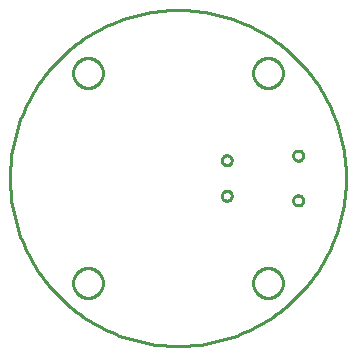
<source format=gbr>
G04 EAGLE Gerber RS-274X export*
G75*
%MOMM*%
%FSLAX34Y34*%
%LPD*%
%IN*%
%IPPOS*%
%AMOC8*
5,1,8,0,0,1.08239X$1,22.5*%
G01*
%ADD10C,0.254000*%


D10*
X142240Y-27146D02*
X142240Y-23654D01*
X142154Y-20164D01*
X141983Y-16677D01*
X141726Y-13195D01*
X141384Y-9721D01*
X140957Y-6256D01*
X140444Y-2802D01*
X139847Y638D01*
X139166Y4062D01*
X138401Y7468D01*
X137553Y10855D01*
X136622Y14220D01*
X135608Y17561D01*
X134513Y20876D01*
X133337Y24163D01*
X132081Y27420D01*
X130745Y30646D01*
X129330Y33837D01*
X127837Y36993D01*
X126267Y40112D01*
X124622Y43191D01*
X122901Y46229D01*
X121106Y49223D01*
X119238Y52173D01*
X117298Y55076D01*
X115288Y57930D01*
X113208Y60734D01*
X111060Y63487D01*
X108846Y66186D01*
X106565Y68829D01*
X104221Y71416D01*
X101813Y73945D01*
X99345Y76413D01*
X96816Y78821D01*
X94229Y81165D01*
X91586Y83446D01*
X88887Y85660D01*
X86134Y87808D01*
X83330Y89888D01*
X80476Y91898D01*
X77573Y93838D01*
X74623Y95706D01*
X71629Y97501D01*
X68591Y99222D01*
X65512Y100867D01*
X62393Y102437D01*
X59237Y103930D01*
X56046Y105345D01*
X52820Y106681D01*
X49563Y107937D01*
X46276Y109113D01*
X42961Y110208D01*
X39620Y111222D01*
X36255Y112153D01*
X32868Y113001D01*
X29462Y113766D01*
X26038Y114447D01*
X22598Y115044D01*
X19144Y115557D01*
X15679Y115984D01*
X12205Y116326D01*
X8723Y116583D01*
X5236Y116754D01*
X1746Y116840D01*
X-1746Y116840D01*
X-5236Y116754D01*
X-8723Y116583D01*
X-12205Y116326D01*
X-15679Y115984D01*
X-19144Y115557D01*
X-22598Y115044D01*
X-26038Y114447D01*
X-29462Y113766D01*
X-32868Y113001D01*
X-36255Y112153D01*
X-39620Y111222D01*
X-42961Y110208D01*
X-46276Y109113D01*
X-49563Y107937D01*
X-52820Y106681D01*
X-56046Y105345D01*
X-59237Y103930D01*
X-62393Y102437D01*
X-65512Y100867D01*
X-68591Y99222D01*
X-71629Y97501D01*
X-74623Y95706D01*
X-77573Y93838D01*
X-80476Y91898D01*
X-83330Y89888D01*
X-86134Y87808D01*
X-88887Y85660D01*
X-91586Y83446D01*
X-94229Y81165D01*
X-96816Y78821D01*
X-99345Y76413D01*
X-101813Y73945D01*
X-104221Y71416D01*
X-106565Y68829D01*
X-108846Y66186D01*
X-111060Y63487D01*
X-113208Y60734D01*
X-115288Y57930D01*
X-117298Y55076D01*
X-119238Y52173D01*
X-121106Y49223D01*
X-122901Y46229D01*
X-124622Y43191D01*
X-126267Y40112D01*
X-127837Y36993D01*
X-129330Y33837D01*
X-130745Y30646D01*
X-132081Y27420D01*
X-133337Y24163D01*
X-134513Y20876D01*
X-135608Y17561D01*
X-136622Y14220D01*
X-137553Y10855D01*
X-138401Y7468D01*
X-139166Y4062D01*
X-139847Y638D01*
X-140444Y-2802D01*
X-140957Y-6256D01*
X-141384Y-9721D01*
X-141726Y-13195D01*
X-141983Y-16677D01*
X-142154Y-20164D01*
X-142240Y-23654D01*
X-142240Y-27146D01*
X-142154Y-30636D01*
X-141983Y-34123D01*
X-141726Y-37605D01*
X-141384Y-41079D01*
X-140957Y-44544D01*
X-140444Y-47998D01*
X-139847Y-51438D01*
X-139166Y-54862D01*
X-138401Y-58268D01*
X-137553Y-61655D01*
X-136622Y-65020D01*
X-135608Y-68361D01*
X-134513Y-71676D01*
X-133337Y-74963D01*
X-132081Y-78220D01*
X-130745Y-81446D01*
X-129330Y-84637D01*
X-127837Y-87793D01*
X-126267Y-90912D01*
X-124622Y-93991D01*
X-122901Y-97029D01*
X-121106Y-100023D01*
X-119238Y-102973D01*
X-117298Y-105876D01*
X-115288Y-108730D01*
X-113208Y-111534D01*
X-111060Y-114287D01*
X-108846Y-116986D01*
X-106565Y-119629D01*
X-104221Y-122216D01*
X-101813Y-124745D01*
X-99345Y-127213D01*
X-96816Y-129621D01*
X-94229Y-131965D01*
X-91586Y-134246D01*
X-88887Y-136460D01*
X-86134Y-138608D01*
X-83330Y-140688D01*
X-80476Y-142698D01*
X-77573Y-144638D01*
X-74623Y-146506D01*
X-71629Y-148301D01*
X-68591Y-150022D01*
X-65512Y-151667D01*
X-62393Y-153237D01*
X-59237Y-154730D01*
X-56046Y-156145D01*
X-52820Y-157481D01*
X-49563Y-158737D01*
X-46276Y-159913D01*
X-42961Y-161008D01*
X-39620Y-162022D01*
X-36255Y-162953D01*
X-32868Y-163801D01*
X-29462Y-164566D01*
X-26038Y-165247D01*
X-22598Y-165844D01*
X-19144Y-166357D01*
X-15679Y-166784D01*
X-12205Y-167126D01*
X-8723Y-167383D01*
X-5236Y-167554D01*
X-1746Y-167640D01*
X1746Y-167640D01*
X5236Y-167554D01*
X8723Y-167383D01*
X12205Y-167126D01*
X15679Y-166784D01*
X19144Y-166357D01*
X22598Y-165844D01*
X26038Y-165247D01*
X29462Y-164566D01*
X32868Y-163801D01*
X36255Y-162953D01*
X39620Y-162022D01*
X42961Y-161008D01*
X46276Y-159913D01*
X49563Y-158737D01*
X52820Y-157481D01*
X56046Y-156145D01*
X59237Y-154730D01*
X62393Y-153237D01*
X65512Y-151667D01*
X68591Y-150022D01*
X71629Y-148301D01*
X74623Y-146506D01*
X77573Y-144638D01*
X80476Y-142698D01*
X83330Y-140688D01*
X86134Y-138608D01*
X88887Y-136460D01*
X91586Y-134246D01*
X94229Y-131965D01*
X96816Y-129621D01*
X99345Y-127213D01*
X101813Y-124745D01*
X104221Y-122216D01*
X106565Y-119629D01*
X108846Y-116986D01*
X111060Y-114287D01*
X113208Y-111534D01*
X115288Y-108730D01*
X117298Y-105876D01*
X119238Y-102973D01*
X121106Y-100023D01*
X122901Y-97029D01*
X124622Y-93991D01*
X126267Y-90912D01*
X127837Y-87793D01*
X129330Y-84637D01*
X130745Y-81446D01*
X132081Y-78220D01*
X133337Y-74963D01*
X134513Y-71676D01*
X135608Y-68361D01*
X136622Y-65020D01*
X137553Y-61655D01*
X138401Y-58268D01*
X139166Y-54862D01*
X139847Y-51438D01*
X140444Y-47998D01*
X140957Y-44544D01*
X141384Y-41079D01*
X141726Y-37605D01*
X141983Y-34123D01*
X142154Y-30636D01*
X142240Y-27146D01*
X40996Y-44650D02*
X40444Y-44577D01*
X39906Y-44433D01*
X39391Y-44220D01*
X38909Y-43941D01*
X38467Y-43602D01*
X38073Y-43208D01*
X37734Y-42766D01*
X37455Y-42284D01*
X37242Y-41769D01*
X37098Y-41231D01*
X37025Y-40679D01*
X37025Y-40121D01*
X37098Y-39569D01*
X37242Y-39031D01*
X37455Y-38516D01*
X37734Y-38034D01*
X38073Y-37592D01*
X38467Y-37198D01*
X38909Y-36859D01*
X39391Y-36580D01*
X39906Y-36367D01*
X40444Y-36223D01*
X40996Y-36150D01*
X41554Y-36150D01*
X42106Y-36223D01*
X42644Y-36367D01*
X43159Y-36580D01*
X43641Y-36859D01*
X44083Y-37198D01*
X44477Y-37592D01*
X44816Y-38034D01*
X45095Y-38516D01*
X45308Y-39031D01*
X45452Y-39569D01*
X45525Y-40121D01*
X45525Y-40679D01*
X45452Y-41231D01*
X45308Y-41769D01*
X45095Y-42284D01*
X44816Y-42766D01*
X44477Y-43208D01*
X44083Y-43602D01*
X43641Y-43941D01*
X43159Y-44220D01*
X42644Y-44433D01*
X42106Y-44577D01*
X41554Y-44650D01*
X40996Y-44650D01*
X40996Y-14650D02*
X40444Y-14577D01*
X39906Y-14433D01*
X39391Y-14220D01*
X38909Y-13941D01*
X38467Y-13602D01*
X38073Y-13208D01*
X37734Y-12766D01*
X37455Y-12284D01*
X37242Y-11769D01*
X37098Y-11231D01*
X37025Y-10679D01*
X37025Y-10121D01*
X37098Y-9569D01*
X37242Y-9031D01*
X37455Y-8516D01*
X37734Y-8034D01*
X38073Y-7592D01*
X38467Y-7198D01*
X38909Y-6859D01*
X39391Y-6580D01*
X39906Y-6367D01*
X40444Y-6223D01*
X40996Y-6150D01*
X41554Y-6150D01*
X42106Y-6223D01*
X42644Y-6367D01*
X43159Y-6580D01*
X43641Y-6859D01*
X44083Y-7198D01*
X44477Y-7592D01*
X44816Y-8034D01*
X45095Y-8516D01*
X45308Y-9031D01*
X45452Y-9569D01*
X45525Y-10121D01*
X45525Y-10679D01*
X45452Y-11231D01*
X45308Y-11769D01*
X45095Y-12284D01*
X44816Y-12766D01*
X44477Y-13208D01*
X44083Y-13602D01*
X43641Y-13941D01*
X43159Y-14220D01*
X42644Y-14433D01*
X42106Y-14577D01*
X41554Y-14650D01*
X40996Y-14650D01*
X97575Y-44121D02*
X97648Y-43569D01*
X97792Y-43031D01*
X98005Y-42516D01*
X98284Y-42034D01*
X98623Y-41592D01*
X99017Y-41198D01*
X99459Y-40859D01*
X99941Y-40580D01*
X100456Y-40367D01*
X100994Y-40223D01*
X101546Y-40150D01*
X102104Y-40150D01*
X102656Y-40223D01*
X103194Y-40367D01*
X103709Y-40580D01*
X104191Y-40859D01*
X104633Y-41198D01*
X105027Y-41592D01*
X105366Y-42034D01*
X105645Y-42516D01*
X105858Y-43031D01*
X106002Y-43569D01*
X106075Y-44121D01*
X106075Y-44679D01*
X106002Y-45231D01*
X105858Y-45769D01*
X105645Y-46284D01*
X105366Y-46766D01*
X105027Y-47208D01*
X104633Y-47602D01*
X104191Y-47941D01*
X103709Y-48220D01*
X103194Y-48433D01*
X102656Y-48577D01*
X102104Y-48650D01*
X101546Y-48650D01*
X100994Y-48577D01*
X100456Y-48433D01*
X99941Y-48220D01*
X99459Y-47941D01*
X99017Y-47602D01*
X98623Y-47208D01*
X98284Y-46766D01*
X98005Y-46284D01*
X97792Y-45769D01*
X97648Y-45231D01*
X97575Y-44679D01*
X97575Y-44121D01*
X97575Y-6121D02*
X97648Y-5569D01*
X97792Y-5031D01*
X98005Y-4516D01*
X98284Y-4034D01*
X98623Y-3592D01*
X99017Y-3198D01*
X99459Y-2859D01*
X99941Y-2580D01*
X100456Y-2367D01*
X100994Y-2223D01*
X101546Y-2150D01*
X102104Y-2150D01*
X102656Y-2223D01*
X103194Y-2367D01*
X103709Y-2580D01*
X104191Y-2859D01*
X104633Y-3198D01*
X105027Y-3592D01*
X105366Y-4034D01*
X105645Y-4516D01*
X105858Y-5031D01*
X106002Y-5569D01*
X106075Y-6121D01*
X106075Y-6679D01*
X106002Y-7231D01*
X105858Y-7769D01*
X105645Y-8284D01*
X105366Y-8766D01*
X105027Y-9208D01*
X104633Y-9602D01*
X104191Y-9941D01*
X103709Y-10220D01*
X103194Y-10433D01*
X102656Y-10577D01*
X102104Y-10650D01*
X101546Y-10650D01*
X100994Y-10577D01*
X100456Y-10433D01*
X99941Y-10220D01*
X99459Y-9941D01*
X99017Y-9602D01*
X98623Y-9208D01*
X98284Y-8766D01*
X98005Y-8284D01*
X97792Y-7769D01*
X97648Y-7231D01*
X97575Y-6679D01*
X97575Y-6121D01*
X-63500Y63001D02*
X-63578Y62006D01*
X-63734Y61020D01*
X-63967Y60050D01*
X-64276Y59101D01*
X-64658Y58179D01*
X-65111Y57290D01*
X-65632Y56439D01*
X-66219Y55631D01*
X-66867Y54873D01*
X-67573Y54167D01*
X-68331Y53519D01*
X-69139Y52932D01*
X-69990Y52411D01*
X-70879Y51958D01*
X-71801Y51576D01*
X-72750Y51267D01*
X-73720Y51034D01*
X-74706Y50878D01*
X-75701Y50800D01*
X-76699Y50800D01*
X-77694Y50878D01*
X-78680Y51034D01*
X-79650Y51267D01*
X-80599Y51576D01*
X-81521Y51958D01*
X-82410Y52411D01*
X-83261Y52932D01*
X-84069Y53519D01*
X-84827Y54167D01*
X-85533Y54873D01*
X-86181Y55631D01*
X-86768Y56439D01*
X-87289Y57290D01*
X-87742Y58179D01*
X-88124Y59101D01*
X-88433Y60050D01*
X-88666Y61020D01*
X-88822Y62006D01*
X-88900Y63001D01*
X-88900Y63999D01*
X-88822Y64994D01*
X-88666Y65980D01*
X-88433Y66950D01*
X-88124Y67899D01*
X-87742Y68821D01*
X-87289Y69710D01*
X-86768Y70561D01*
X-86181Y71369D01*
X-85533Y72127D01*
X-84827Y72833D01*
X-84069Y73481D01*
X-83261Y74068D01*
X-82410Y74589D01*
X-81521Y75042D01*
X-80599Y75424D01*
X-79650Y75733D01*
X-78680Y75966D01*
X-77694Y76122D01*
X-76699Y76200D01*
X-75701Y76200D01*
X-74706Y76122D01*
X-73720Y75966D01*
X-72750Y75733D01*
X-71801Y75424D01*
X-70879Y75042D01*
X-69990Y74589D01*
X-69139Y74068D01*
X-68331Y73481D01*
X-67573Y72833D01*
X-66867Y72127D01*
X-66219Y71369D01*
X-65632Y70561D01*
X-65111Y69710D01*
X-64658Y68821D01*
X-64276Y67899D01*
X-63967Y66950D01*
X-63734Y65980D01*
X-63578Y64994D01*
X-63500Y63999D01*
X-63500Y63001D01*
X88900Y63001D02*
X88822Y62006D01*
X88666Y61020D01*
X88433Y60050D01*
X88124Y59101D01*
X87742Y58179D01*
X87289Y57290D01*
X86768Y56439D01*
X86181Y55631D01*
X85533Y54873D01*
X84827Y54167D01*
X84069Y53519D01*
X83261Y52932D01*
X82410Y52411D01*
X81521Y51958D01*
X80599Y51576D01*
X79650Y51267D01*
X78680Y51034D01*
X77694Y50878D01*
X76699Y50800D01*
X75701Y50800D01*
X74706Y50878D01*
X73720Y51034D01*
X72750Y51267D01*
X71801Y51576D01*
X70879Y51958D01*
X69990Y52411D01*
X69139Y52932D01*
X68331Y53519D01*
X67573Y54167D01*
X66867Y54873D01*
X66219Y55631D01*
X65632Y56439D01*
X65111Y57290D01*
X64658Y58179D01*
X64276Y59101D01*
X63967Y60050D01*
X63734Y61020D01*
X63578Y62006D01*
X63500Y63001D01*
X63500Y63999D01*
X63578Y64994D01*
X63734Y65980D01*
X63967Y66950D01*
X64276Y67899D01*
X64658Y68821D01*
X65111Y69710D01*
X65632Y70561D01*
X66219Y71369D01*
X66867Y72127D01*
X67573Y72833D01*
X68331Y73481D01*
X69139Y74068D01*
X69990Y74589D01*
X70879Y75042D01*
X71801Y75424D01*
X72750Y75733D01*
X73720Y75966D01*
X74706Y76122D01*
X75701Y76200D01*
X76699Y76200D01*
X77694Y76122D01*
X78680Y75966D01*
X79650Y75733D01*
X80599Y75424D01*
X81521Y75042D01*
X82410Y74589D01*
X83261Y74068D01*
X84069Y73481D01*
X84827Y72833D01*
X85533Y72127D01*
X86181Y71369D01*
X86768Y70561D01*
X87289Y69710D01*
X87742Y68821D01*
X88124Y67899D01*
X88433Y66950D01*
X88666Y65980D01*
X88822Y64994D01*
X88900Y63999D01*
X88900Y63001D01*
X88900Y-114799D02*
X88822Y-115794D01*
X88666Y-116780D01*
X88433Y-117750D01*
X88124Y-118699D01*
X87742Y-119621D01*
X87289Y-120510D01*
X86768Y-121361D01*
X86181Y-122169D01*
X85533Y-122927D01*
X84827Y-123633D01*
X84069Y-124281D01*
X83261Y-124868D01*
X82410Y-125389D01*
X81521Y-125842D01*
X80599Y-126224D01*
X79650Y-126533D01*
X78680Y-126766D01*
X77694Y-126922D01*
X76699Y-127000D01*
X75701Y-127000D01*
X74706Y-126922D01*
X73720Y-126766D01*
X72750Y-126533D01*
X71801Y-126224D01*
X70879Y-125842D01*
X69990Y-125389D01*
X69139Y-124868D01*
X68331Y-124281D01*
X67573Y-123633D01*
X66867Y-122927D01*
X66219Y-122169D01*
X65632Y-121361D01*
X65111Y-120510D01*
X64658Y-119621D01*
X64276Y-118699D01*
X63967Y-117750D01*
X63734Y-116780D01*
X63578Y-115794D01*
X63500Y-114799D01*
X63500Y-113801D01*
X63578Y-112806D01*
X63734Y-111820D01*
X63967Y-110850D01*
X64276Y-109901D01*
X64658Y-108979D01*
X65111Y-108090D01*
X65632Y-107239D01*
X66219Y-106431D01*
X66867Y-105673D01*
X67573Y-104967D01*
X68331Y-104319D01*
X69139Y-103732D01*
X69990Y-103211D01*
X70879Y-102758D01*
X71801Y-102376D01*
X72750Y-102067D01*
X73720Y-101834D01*
X74706Y-101678D01*
X75701Y-101600D01*
X76699Y-101600D01*
X77694Y-101678D01*
X78680Y-101834D01*
X79650Y-102067D01*
X80599Y-102376D01*
X81521Y-102758D01*
X82410Y-103211D01*
X83261Y-103732D01*
X84069Y-104319D01*
X84827Y-104967D01*
X85533Y-105673D01*
X86181Y-106431D01*
X86768Y-107239D01*
X87289Y-108090D01*
X87742Y-108979D01*
X88124Y-109901D01*
X88433Y-110850D01*
X88666Y-111820D01*
X88822Y-112806D01*
X88900Y-113801D01*
X88900Y-114799D01*
X-63500Y-114799D02*
X-63578Y-115794D01*
X-63734Y-116780D01*
X-63967Y-117750D01*
X-64276Y-118699D01*
X-64658Y-119621D01*
X-65111Y-120510D01*
X-65632Y-121361D01*
X-66219Y-122169D01*
X-66867Y-122927D01*
X-67573Y-123633D01*
X-68331Y-124281D01*
X-69139Y-124868D01*
X-69990Y-125389D01*
X-70879Y-125842D01*
X-71801Y-126224D01*
X-72750Y-126533D01*
X-73720Y-126766D01*
X-74706Y-126922D01*
X-75701Y-127000D01*
X-76699Y-127000D01*
X-77694Y-126922D01*
X-78680Y-126766D01*
X-79650Y-126533D01*
X-80599Y-126224D01*
X-81521Y-125842D01*
X-82410Y-125389D01*
X-83261Y-124868D01*
X-84069Y-124281D01*
X-84827Y-123633D01*
X-85533Y-122927D01*
X-86181Y-122169D01*
X-86768Y-121361D01*
X-87289Y-120510D01*
X-87742Y-119621D01*
X-88124Y-118699D01*
X-88433Y-117750D01*
X-88666Y-116780D01*
X-88822Y-115794D01*
X-88900Y-114799D01*
X-88900Y-113801D01*
X-88822Y-112806D01*
X-88666Y-111820D01*
X-88433Y-110850D01*
X-88124Y-109901D01*
X-87742Y-108979D01*
X-87289Y-108090D01*
X-86768Y-107239D01*
X-86181Y-106431D01*
X-85533Y-105673D01*
X-84827Y-104967D01*
X-84069Y-104319D01*
X-83261Y-103732D01*
X-82410Y-103211D01*
X-81521Y-102758D01*
X-80599Y-102376D01*
X-79650Y-102067D01*
X-78680Y-101834D01*
X-77694Y-101678D01*
X-76699Y-101600D01*
X-75701Y-101600D01*
X-74706Y-101678D01*
X-73720Y-101834D01*
X-72750Y-102067D01*
X-71801Y-102376D01*
X-70879Y-102758D01*
X-69990Y-103211D01*
X-69139Y-103732D01*
X-68331Y-104319D01*
X-67573Y-104967D01*
X-66867Y-105673D01*
X-66219Y-106431D01*
X-65632Y-107239D01*
X-65111Y-108090D01*
X-64658Y-108979D01*
X-64276Y-109901D01*
X-63967Y-110850D01*
X-63734Y-111820D01*
X-63578Y-112806D01*
X-63500Y-113801D01*
X-63500Y-114799D01*
M02*

</source>
